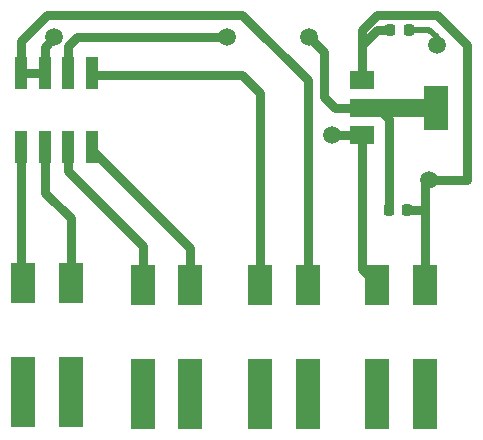
<source format=gbr>
%TF.GenerationSoftware,KiCad,Pcbnew,7.0.9*%
%TF.CreationDate,2023-12-16T14:17:49+09:00*%
%TF.ProjectId,extension,65787465-6e73-4696-9f6e-2e6b69636164,rev?*%
%TF.SameCoordinates,Original*%
%TF.FileFunction,Copper,L1,Top*%
%TF.FilePolarity,Positive*%
%FSLAX46Y46*%
G04 Gerber Fmt 4.6, Leading zero omitted, Abs format (unit mm)*
G04 Created by KiCad (PCBNEW 7.0.9) date 2023-12-16 14:17:49*
%MOMM*%
%LPD*%
G01*
G04 APERTURE LIST*
G04 Aperture macros list*
%AMRoundRect*
0 Rectangle with rounded corners*
0 $1 Rounding radius*
0 $2 $3 $4 $5 $6 $7 $8 $9 X,Y pos of 4 corners*
0 Add a 4 corners polygon primitive as box body*
4,1,4,$2,$3,$4,$5,$6,$7,$8,$9,$2,$3,0*
0 Add four circle primitives for the rounded corners*
1,1,$1+$1,$2,$3*
1,1,$1+$1,$4,$5*
1,1,$1+$1,$6,$7*
1,1,$1+$1,$8,$9*
0 Add four rect primitives between the rounded corners*
20,1,$1+$1,$2,$3,$4,$5,0*
20,1,$1+$1,$4,$5,$6,$7,0*
20,1,$1+$1,$6,$7,$8,$9,0*
20,1,$1+$1,$8,$9,$2,$3,0*%
G04 Aperture macros list end*
%TA.AperFunction,SMDPad,CuDef*%
%ADD10RoundRect,0.225000X0.225000X0.250000X-0.225000X0.250000X-0.225000X-0.250000X0.225000X-0.250000X0*%
%TD*%
%TA.AperFunction,SMDPad,CuDef*%
%ADD11RoundRect,0.225000X-0.225000X-0.250000X0.225000X-0.250000X0.225000X0.250000X-0.225000X0.250000X0*%
%TD*%
%TA.AperFunction,SMDPad,CuDef*%
%ADD12R,1.000000X2.750000*%
%TD*%
%TA.AperFunction,SMDPad,CuDef*%
%ADD13R,2.000000X6.000000*%
%TD*%
%TA.AperFunction,SMDPad,CuDef*%
%ADD14R,2.000000X3.500000*%
%TD*%
%TA.AperFunction,SMDPad,CuDef*%
%ADD15R,2.000000X1.500000*%
%TD*%
%TA.AperFunction,SMDPad,CuDef*%
%ADD16R,2.000000X3.800000*%
%TD*%
%TA.AperFunction,ViaPad*%
%ADD17C,1.500000*%
%TD*%
%TA.AperFunction,Conductor*%
%ADD18C,0.800000*%
%TD*%
%TA.AperFunction,Conductor*%
%ADD19C,1.500000*%
%TD*%
%TA.AperFunction,Conductor*%
%ADD20C,0.500000*%
%TD*%
G04 APERTURE END LIST*
D10*
%TO.P,C1,1*%
%TO.N,Net-(J5-Pin_1)*%
X122060000Y-53340000D03*
%TO.P,C1,2*%
%TO.N,Net-(J1-Pin_1)*%
X120510000Y-53340000D03*
%TD*%
D11*
%TO.P,C2,1*%
%TO.N,Net-(J1-Pin_5)*%
X120370000Y-68580000D03*
%TO.P,C2,2*%
%TO.N,Net-(J1-Pin_1)*%
X121920000Y-68580000D03*
%TD*%
D12*
%TO.P,J1,1,Pin_1*%
%TO.N,Net-(J1-Pin_1)*%
X89250000Y-57020000D03*
%TO.P,J1,2,Pin_2*%
%TO.N,Net-(J1-Pin_2)*%
X89250000Y-63270000D03*
%TO.P,J1,3,Pin_3*%
%TO.N,Net-(J1-Pin_1)*%
X91250000Y-57020000D03*
%TO.P,J1,4,Pin_4*%
%TO.N,Net-(J1-Pin_4)*%
X91250000Y-63270000D03*
%TO.P,J1,5,Pin_5*%
%TO.N,Net-(J1-Pin_5)*%
X93250000Y-57020000D03*
%TO.P,J1,6,Pin_6*%
%TO.N,Net-(J1-Pin_6)*%
X93250000Y-63270000D03*
%TO.P,J1,7,Pin_7*%
%TO.N,Net-(J1-Pin_7)*%
X95250000Y-57020000D03*
%TO.P,J1,8,Pin_8*%
%TO.N,Net-(J1-Pin_8)*%
X95250000Y-63270000D03*
%TD*%
D13*
%TO.P,J4,1,Pin_1*%
%TO.N,Net-(J1-Pin_7)*%
X109506000Y-84180000D03*
D14*
X109506000Y-74930000D03*
D13*
%TO.P,J4,2,Pin_2*%
%TO.N,Net-(J1-Pin_1)*%
X113506000Y-84180000D03*
D14*
X113506000Y-74930000D03*
%TD*%
D13*
%TO.P,J2,1,Pin_1*%
%TO.N,Net-(J1-Pin_2)*%
X89440000Y-84010000D03*
D14*
X89440000Y-74760000D03*
D13*
%TO.P,J2,2,Pin_2*%
%TO.N,Net-(J1-Pin_4)*%
X93440000Y-84010000D03*
D14*
X93440000Y-74760000D03*
%TD*%
D13*
%TO.P,J3,1,Pin_1*%
%TO.N,Net-(J1-Pin_6)*%
X99580000Y-84180000D03*
D14*
X99580000Y-74930000D03*
D13*
%TO.P,J3,2,Pin_2*%
%TO.N,Net-(J1-Pin_8)*%
X103580000Y-84180000D03*
D14*
X103580000Y-74930000D03*
%TD*%
D13*
%TO.P,J5,1,Pin_1*%
%TO.N,Net-(J5-Pin_1)*%
X119412000Y-84180000D03*
D14*
X119412000Y-74930000D03*
D13*
%TO.P,J5,2,Pin_2*%
%TO.N,Net-(J1-Pin_1)*%
X123412000Y-84180000D03*
D14*
X123412000Y-74930000D03*
%TD*%
D15*
%TO.P,U1,1,ADJ*%
%TO.N,Net-(J1-Pin_1)*%
X118110000Y-57630000D03*
%TO.P,U1,2,VO*%
%TO.N,Net-(J1-Pin_5)*%
X118110000Y-59930000D03*
D16*
X124410000Y-59930000D03*
D15*
%TO.P,U1,3,VI*%
%TO.N,Net-(J5-Pin_1)*%
X118110000Y-62230000D03*
%TD*%
D17*
%TO.N,Net-(J1-Pin_1)*%
X92075000Y-53975000D03*
X123825000Y-66040000D03*
%TO.N,Net-(J1-Pin_5)*%
X113665000Y-53975000D03*
X106680000Y-53975000D03*
%TO.N,Net-(J5-Pin_1)*%
X115570000Y-62230000D03*
X124460000Y-54610000D03*
%TD*%
D18*
%TO.N,Net-(J1-Pin_1)*%
X89250000Y-57020000D02*
X91250000Y-57020000D01*
X123825000Y-66040000D02*
X127000000Y-66040000D01*
X127000000Y-66040000D02*
X127000000Y-54610000D01*
X127000000Y-54610000D02*
X124460000Y-52070000D01*
X119380000Y-53340000D02*
X120510000Y-53340000D01*
X123412000Y-66453000D02*
X123412000Y-68580000D01*
X118110000Y-54610000D02*
X119380000Y-53340000D01*
X118110000Y-53340000D02*
X118110000Y-57630000D01*
X91250000Y-57020000D02*
X91250000Y-54800000D01*
X118110000Y-57630000D02*
X118110000Y-54610000D01*
X123825000Y-66040000D02*
X123412000Y-66453000D01*
X91250000Y-54800000D02*
X92075000Y-53975000D01*
X121920000Y-68580000D02*
X123412000Y-68580000D01*
X119380000Y-52070000D02*
X118110000Y-53340000D01*
X124460000Y-52070000D02*
X119380000Y-52070000D01*
X123412000Y-68580000D02*
X123412000Y-74930000D01*
%TO.N,Net-(J1-Pin_5)*%
X118110000Y-59930000D02*
X115810000Y-59930000D01*
X115810000Y-59930000D02*
X114935000Y-59055000D01*
X93250000Y-54705000D02*
X93250000Y-57020000D01*
D19*
X124410000Y-59930000D02*
X119380000Y-59930000D01*
D18*
X120370000Y-60920000D02*
X119380000Y-59930000D01*
X106680000Y-53975000D02*
X93980000Y-53975000D01*
D19*
X119380000Y-59930000D02*
X118110000Y-59930000D01*
D18*
X114935000Y-55245000D02*
X113665000Y-53975000D01*
X93980000Y-53975000D02*
X93250000Y-54705000D01*
X120370000Y-68580000D02*
X120370000Y-60920000D01*
X114935000Y-59055000D02*
X114935000Y-55245000D01*
%TO.N,Net-(J1-Pin_7)*%
X95380000Y-57150000D02*
X95250000Y-57020000D01*
X107950000Y-57150000D02*
X95380000Y-57150000D01*
X109506000Y-74930000D02*
X109506000Y-58706000D01*
X109506000Y-58706000D02*
X107950000Y-57150000D01*
%TO.N,Net-(J1-Pin_2)*%
X89250000Y-63270000D02*
X89250000Y-74570000D01*
X89250000Y-74570000D02*
X89440000Y-74760000D01*
D20*
%TO.N,Net-(J5-Pin_1)*%
X122060000Y-53340000D02*
X123825000Y-53340000D01*
X124460000Y-53975000D02*
X124460000Y-54610000D01*
X123825000Y-53340000D02*
X124460000Y-53975000D01*
D18*
X118110000Y-62230000D02*
X115570000Y-62230000D01*
X118110000Y-73628000D02*
X119412000Y-74930000D01*
X118110000Y-62230000D02*
X118110000Y-73628000D01*
%TO.N,Net-(J1-Pin_8)*%
X95250000Y-63500000D02*
X95250000Y-62230000D01*
X103580000Y-71830000D02*
X95250000Y-63500000D01*
X103580000Y-74930000D02*
X103580000Y-71830000D01*
%TO.N,Net-(J1-Pin_6)*%
X93250000Y-65310000D02*
X93250000Y-62230000D01*
X99580000Y-71640000D02*
X93250000Y-65310000D01*
X99580000Y-74930000D02*
X99580000Y-71640000D01*
%TO.N,Net-(J1-Pin_1)*%
X107950000Y-52070000D02*
X91440000Y-52070000D01*
X91440000Y-52070000D02*
X89250000Y-54260000D01*
X89250000Y-54260000D02*
X89250000Y-57020000D01*
X113506000Y-57626000D02*
X107950000Y-52070000D01*
X113506000Y-74930000D02*
X113506000Y-57626000D01*
%TO.N,Net-(J1-Pin_4)*%
X91250000Y-67120000D02*
X91250000Y-63270000D01*
X93440000Y-74760000D02*
X93440000Y-69310000D01*
X93440000Y-69310000D02*
X91250000Y-67120000D01*
%TD*%
M02*

</source>
